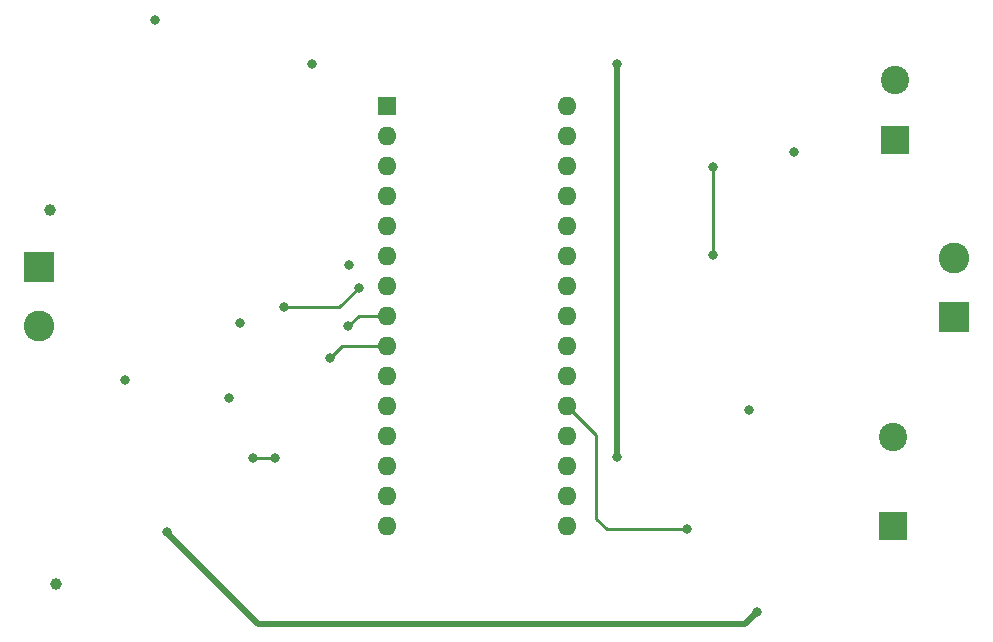
<source format=gbl>
G04 #@! TF.GenerationSoftware,KiCad,Pcbnew,(6.0.1-0)*
G04 #@! TF.CreationDate,2022-07-03T22:05:18+06:00*
G04 #@! TF.ProjectId,Inverter 50W,496e7665-7274-4657-9220-3530572e6b69,rev?*
G04 #@! TF.SameCoordinates,Original*
G04 #@! TF.FileFunction,Copper,L4,Bot*
G04 #@! TF.FilePolarity,Positive*
%FSLAX46Y46*%
G04 Gerber Fmt 4.6, Leading zero omitted, Abs format (unit mm)*
G04 Created by KiCad (PCBNEW (6.0.1-0)) date 2022-07-03 22:05:18*
%MOMM*%
%LPD*%
G01*
G04 APERTURE LIST*
G04 #@! TA.AperFunction,ComponentPad*
%ADD10R,2.600000X2.600000*%
G04 #@! TD*
G04 #@! TA.AperFunction,ComponentPad*
%ADD11C,2.600000*%
G04 #@! TD*
G04 #@! TA.AperFunction,ComponentPad*
%ADD12R,2.400000X2.400000*%
G04 #@! TD*
G04 #@! TA.AperFunction,ComponentPad*
%ADD13C,2.400000*%
G04 #@! TD*
G04 #@! TA.AperFunction,ComponentPad*
%ADD14R,1.600000X1.600000*%
G04 #@! TD*
G04 #@! TA.AperFunction,ComponentPad*
%ADD15O,1.600000X1.600000*%
G04 #@! TD*
G04 #@! TA.AperFunction,ViaPad*
%ADD16C,0.800000*%
G04 #@! TD*
G04 #@! TA.AperFunction,ViaPad*
%ADD17C,1.000000*%
G04 #@! TD*
G04 #@! TA.AperFunction,Conductor*
%ADD18C,0.250000*%
G04 #@! TD*
G04 #@! TA.AperFunction,Conductor*
%ADD19C,0.500000*%
G04 #@! TD*
G04 APERTURE END LIST*
D10*
X130000000Y-92500000D03*
D11*
X130000000Y-87500000D03*
D10*
X52500000Y-88300000D03*
D11*
X52500000Y-93300000D03*
D12*
X125000000Y-77500000D03*
D13*
X125000000Y-72500000D03*
D12*
X124800000Y-110200000D03*
D13*
X124800000Y-102700000D03*
D14*
X81990000Y-74650000D03*
D15*
X81990000Y-77190000D03*
X81990000Y-79730000D03*
X81990000Y-82270000D03*
X81990000Y-84810000D03*
X81990000Y-87350000D03*
X81990000Y-89890000D03*
X81990000Y-92430000D03*
X81990000Y-94970000D03*
X81990000Y-97510000D03*
X81990000Y-100050000D03*
X81990000Y-102590000D03*
X81990000Y-105130000D03*
X81990000Y-107670000D03*
X81990000Y-110210000D03*
X97230000Y-110210000D03*
X97230000Y-107670000D03*
X97230000Y-105130000D03*
X97230000Y-102590000D03*
X97230000Y-100050000D03*
X97230000Y-97510000D03*
X97230000Y-94970000D03*
X97230000Y-92430000D03*
X97230000Y-89890000D03*
X97230000Y-87350000D03*
X97230000Y-84810000D03*
X97230000Y-82270000D03*
X97230000Y-79730000D03*
X97230000Y-77190000D03*
X97230000Y-74650000D03*
D16*
X62300000Y-67400000D03*
X68600000Y-99400000D03*
X112600000Y-100400000D03*
X116400000Y-78600000D03*
X75600000Y-71100000D03*
X59800000Y-97900000D03*
X78750000Y-88150000D03*
X69500000Y-93000000D03*
X78700000Y-93300000D03*
X77130000Y-95990000D03*
X73200000Y-91700000D03*
X79550000Y-90050000D03*
X72500000Y-104500000D03*
X70600000Y-104500000D03*
D17*
X53900000Y-115100000D03*
X53400000Y-83500000D03*
D16*
X109600000Y-79800000D03*
X109600000Y-87300000D03*
X101400000Y-104400000D03*
X101400000Y-71100000D03*
X113300000Y-117500000D03*
X63300000Y-110700000D03*
X107400000Y-110500000D03*
D18*
X79570000Y-92430000D02*
X78700000Y-93300000D01*
X81990000Y-92430000D02*
X79570000Y-92430000D01*
X77130000Y-95990000D02*
X78150000Y-94970000D01*
X78150000Y-94970000D02*
X81990000Y-94970000D01*
X77900000Y-91700000D02*
X79550000Y-90050000D01*
X73200000Y-91700000D02*
X77900000Y-91700000D01*
X70600000Y-104500000D02*
X72500000Y-104500000D01*
X109600000Y-87300000D02*
X109600000Y-79800000D01*
X109600000Y-79600000D02*
X109600000Y-79800000D01*
D19*
X101400000Y-71100000D02*
X101400000Y-104300000D01*
X113300000Y-117500000D02*
X112300000Y-118500000D01*
X64200000Y-111700000D02*
X63300000Y-110800000D01*
X111900000Y-118500000D02*
X109200000Y-118500000D01*
X71000000Y-118500000D02*
X64200000Y-111700000D01*
X63300000Y-110800000D02*
X63300000Y-110700000D01*
X112300000Y-118500000D02*
X111900000Y-118500000D01*
X109200000Y-118500000D02*
X71000000Y-118500000D01*
D18*
X100580000Y-110500000D02*
X107400000Y-110500000D01*
X97230000Y-100050000D02*
X99700000Y-102520000D01*
X99700000Y-102520000D02*
X99700000Y-109620000D01*
X99700000Y-109620000D02*
X100580000Y-110500000D01*
M02*

</source>
